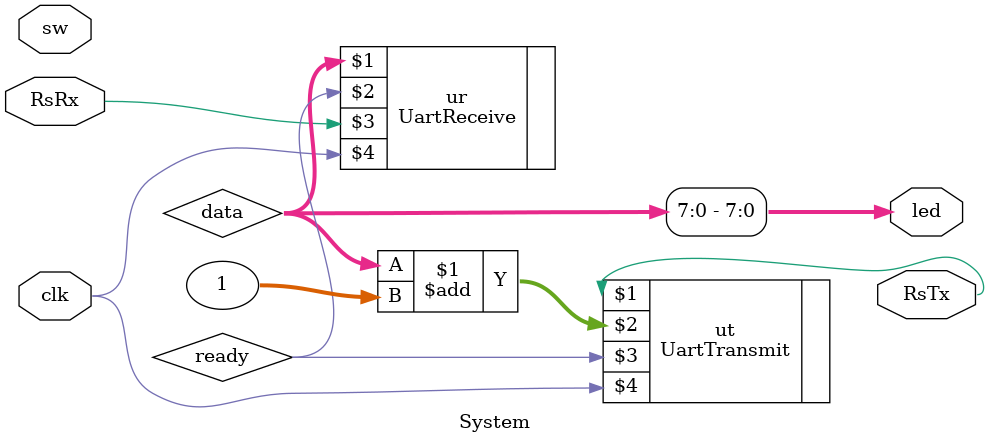
<source format=v>
`timescale 1ns / 1ps


module System(output [15:0] led, output RsTx, input clk, input RsRx, input [15:0] sw);
    wire [7:0] data;
    wire ready;
    assign led[7:0] = data;

    UartReceive ur(data, ready, RsRx, clk);
    UartTransmit ut(RsTx, data+1, ready, clk);
endmodule

</source>
